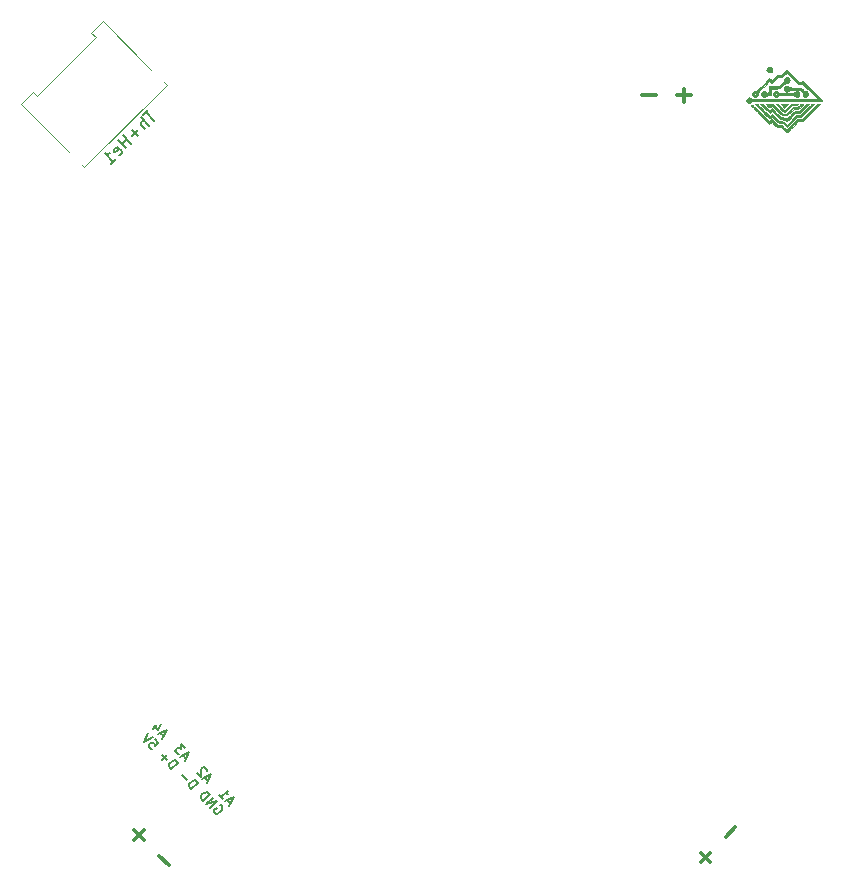
<source format=gbr>
%TF.GenerationSoftware,KiCad,Pcbnew,(6.0.8)*%
%TF.CreationDate,2023-01-17T07:54:51-05:00*%
%TF.ProjectId,K1+K2 Carabiner for Mosquito,4b312b4b-3220-4436-9172-6162696e6572,rev?*%
%TF.SameCoordinates,Original*%
%TF.FileFunction,Legend,Bot*%
%TF.FilePolarity,Positive*%
%FSLAX46Y46*%
G04 Gerber Fmt 4.6, Leading zero omitted, Abs format (unit mm)*
G04 Created by KiCad (PCBNEW (6.0.8)) date 2023-01-17 07:54:51*
%MOMM*%
%LPD*%
G01*
G04 APERTURE LIST*
%ADD10C,0.300000*%
%ADD11C,0.200000*%
%ADD12C,0.150000*%
%ADD13C,0.010000*%
%ADD14C,0.120000*%
G04 APERTURE END LIST*
D10*
X84692517Y-108703959D02*
X85500639Y-107895837D01*
X84692517Y-107895837D02*
X85500639Y-108703959D01*
X86813837Y-106582639D02*
X87621959Y-105774517D01*
X36711040Y-106028517D02*
X37519162Y-106836639D01*
X37519162Y-106028517D02*
X36711040Y-106836639D01*
X38832360Y-108149837D02*
X39640482Y-108957959D01*
X83859428Y-43795142D02*
X82716571Y-43795142D01*
X83288000Y-44366571D02*
X83288000Y-43223714D01*
X80859428Y-43795142D02*
X79716571Y-43795142D01*
D11*
X44868584Y-103709392D02*
X44599210Y-103440018D01*
X44760834Y-103924891D02*
X45137958Y-103170644D01*
X44383711Y-103547767D01*
X43898837Y-103062894D02*
X44222086Y-103386143D01*
X44060462Y-103224518D02*
X44626147Y-102658833D01*
X44599210Y-102793520D01*
X44599210Y-102901270D01*
X44626147Y-102982082D01*
X42982966Y-101823773D02*
X42713592Y-101554399D01*
X42875216Y-102039273D02*
X43252340Y-101285025D01*
X42498092Y-101662149D01*
X42848279Y-100988714D02*
X42848279Y-100934839D01*
X42821341Y-100854027D01*
X42686654Y-100719340D01*
X42605842Y-100692403D01*
X42551967Y-100692403D01*
X42471155Y-100719340D01*
X42417280Y-100773215D01*
X42363405Y-100880964D01*
X42363405Y-101527462D01*
X42013219Y-101177276D01*
X41097348Y-99938155D02*
X40827974Y-99668781D01*
X40989598Y-100153655D02*
X41366722Y-99399407D01*
X40612474Y-99776531D01*
X41043473Y-99076159D02*
X40693287Y-98725972D01*
X40666349Y-99130033D01*
X40585537Y-99049221D01*
X40504725Y-99022284D01*
X40450850Y-99022284D01*
X40370038Y-99049221D01*
X40235351Y-99183908D01*
X40208413Y-99264720D01*
X40208413Y-99318595D01*
X40235351Y-99399407D01*
X40396975Y-99561032D01*
X40477787Y-99587969D01*
X40531662Y-99587969D01*
X39211729Y-98052537D02*
X38942355Y-97783163D01*
X39103980Y-98268037D02*
X39481104Y-97513789D01*
X38726856Y-97890913D01*
X38672981Y-97082791D02*
X38295858Y-97459914D01*
X39023168Y-97001979D02*
X38753794Y-97540727D01*
X38403607Y-97190540D01*
X43957830Y-103865898D02*
X44038642Y-103892836D01*
X44119454Y-103973648D01*
X44173329Y-104081398D01*
X44173329Y-104189147D01*
X44146392Y-104269959D01*
X44065579Y-104404646D01*
X43984767Y-104485459D01*
X43850080Y-104566271D01*
X43769268Y-104593208D01*
X43661518Y-104593208D01*
X43553769Y-104539333D01*
X43499894Y-104485459D01*
X43446019Y-104377709D01*
X43446019Y-104323834D01*
X43634581Y-104135272D01*
X43742331Y-104243022D01*
X43149708Y-104135272D02*
X43715393Y-103569587D01*
X42826459Y-103812024D01*
X43392144Y-103246338D01*
X42557085Y-103542649D02*
X43122770Y-102976964D01*
X42988083Y-102842277D01*
X42880334Y-102788402D01*
X42772584Y-102788402D01*
X42691772Y-102815340D01*
X42557085Y-102896152D01*
X42476273Y-102976964D01*
X42395460Y-103111651D01*
X42368523Y-103192463D01*
X42368523Y-103300213D01*
X42422398Y-103407962D01*
X42557085Y-103542649D01*
X41560401Y-102545966D02*
X42126086Y-101980280D01*
X41991399Y-101845593D01*
X41883650Y-101791718D01*
X41775900Y-101791718D01*
X41695088Y-101818656D01*
X41560401Y-101899468D01*
X41479589Y-101980280D01*
X41398777Y-102114967D01*
X41371839Y-102195779D01*
X41371839Y-102303529D01*
X41425714Y-102411279D01*
X41560401Y-102545966D01*
X41210215Y-101764781D02*
X40779216Y-101333783D01*
X39863345Y-100848909D02*
X40429030Y-100283224D01*
X40294343Y-100148537D01*
X40186594Y-100094662D01*
X40078844Y-100094662D01*
X39998032Y-100121600D01*
X39863345Y-100202412D01*
X39782533Y-100283224D01*
X39701720Y-100417911D01*
X39674783Y-100498723D01*
X39674783Y-100606473D01*
X39728658Y-100714222D01*
X39863345Y-100848909D01*
X39513159Y-100067725D02*
X39082160Y-99636726D01*
X39082160Y-100067725D02*
X39513159Y-99636726D01*
X38462600Y-98316794D02*
X38731974Y-98586168D01*
X38489537Y-98882479D01*
X38489537Y-98828604D01*
X38462600Y-98747792D01*
X38327913Y-98613105D01*
X38247101Y-98586168D01*
X38193226Y-98586168D01*
X38112414Y-98613105D01*
X37977727Y-98747792D01*
X37950789Y-98828604D01*
X37950789Y-98882479D01*
X37977727Y-98963291D01*
X38112414Y-99097978D01*
X38193226Y-99124916D01*
X38247101Y-99124916D01*
X38274038Y-98128232D02*
X37519791Y-98505355D01*
X37896914Y-97751108D01*
D12*
%TO.C,Th+He1*%
X37904572Y-45013978D02*
X37500511Y-45418039D01*
X38409648Y-45923115D02*
X37702541Y-45216008D01*
X37971915Y-46360848D02*
X37264809Y-45653741D01*
X37668870Y-46663894D02*
X37298480Y-46293504D01*
X37264809Y-46192489D01*
X37298480Y-46091474D01*
X37399496Y-45990459D01*
X37500511Y-45956787D01*
X37567854Y-45956787D01*
X37062778Y-46731237D02*
X36524030Y-47269985D01*
X37062778Y-47269985D02*
X36524030Y-46731237D01*
X36456687Y-47876077D02*
X35749580Y-47168970D01*
X36086297Y-47505688D02*
X35682236Y-47909749D01*
X36052625Y-48280138D02*
X35345519Y-47573031D01*
X35412862Y-48852558D02*
X35513877Y-48818886D01*
X35648564Y-48684199D01*
X35682236Y-48583184D01*
X35648564Y-48482168D01*
X35379190Y-48212794D01*
X35278175Y-48179123D01*
X35177160Y-48212794D01*
X35042473Y-48347481D01*
X35008801Y-48448497D01*
X35042473Y-48549512D01*
X35109816Y-48616855D01*
X35513877Y-48347481D01*
X34739427Y-49593336D02*
X35143488Y-49189275D01*
X34941458Y-49391306D02*
X34234351Y-48684199D01*
X34402710Y-48717871D01*
X34537397Y-48717871D01*
X34638412Y-48684199D01*
%TO.C,LOGO1*%
G36*
X92984787Y-43851889D02*
G01*
X92897481Y-43914015D01*
X92854602Y-43928457D01*
X92794667Y-43940105D01*
X92776338Y-43938094D01*
X92715372Y-43915212D01*
X92647234Y-43876646D01*
X92591786Y-43834607D01*
X92568889Y-43801303D01*
X92548410Y-43792302D01*
X92473825Y-43783849D01*
X92346559Y-43777697D01*
X92168617Y-43773939D01*
X91942005Y-43772666D01*
X91315121Y-43772666D01*
X91253747Y-43849636D01*
X91176681Y-43909930D01*
X91076064Y-43932161D01*
X90973466Y-43911513D01*
X90886672Y-43848062D01*
X90840289Y-43776673D01*
X90818200Y-43677905D01*
X90818950Y-43674317D01*
X90995530Y-43674317D01*
X91016965Y-43730692D01*
X91040414Y-43754556D01*
X91086296Y-43769404D01*
X91119350Y-43730333D01*
X91126836Y-43682399D01*
X91126785Y-43682260D01*
X92724326Y-43682260D01*
X92724416Y-43682399D01*
X92753375Y-43727343D01*
X92791455Y-43762816D01*
X92817786Y-43765754D01*
X92850813Y-43730692D01*
X92871925Y-43675743D01*
X92857135Y-43625350D01*
X92813119Y-43603333D01*
X92789209Y-43608494D01*
X92740704Y-43642676D01*
X92724326Y-43682260D01*
X91126785Y-43682260D01*
X91106228Y-43626728D01*
X91059000Y-43603333D01*
X91012498Y-43624293D01*
X90995530Y-43674317D01*
X90818950Y-43674317D01*
X90837283Y-43586554D01*
X90888868Y-43510552D01*
X90964281Y-43457830D01*
X91054853Y-43436321D01*
X91151912Y-43453956D01*
X91246787Y-43518666D01*
X91331453Y-43603333D01*
X92536325Y-43603333D01*
X92620992Y-43518666D01*
X92667961Y-43478984D01*
X92772196Y-43434927D01*
X92876985Y-43444656D01*
X92974263Y-43508404D01*
X93011304Y-43555938D01*
X93044726Y-43656861D01*
X93042937Y-43675743D01*
X93034878Y-43760841D01*
X92984787Y-43851889D01*
G37*
D13*
X92984787Y-43851889D02*
X92897481Y-43914015D01*
X92854602Y-43928457D01*
X92794667Y-43940105D01*
X92776338Y-43938094D01*
X92715372Y-43915212D01*
X92647234Y-43876646D01*
X92591786Y-43834607D01*
X92568889Y-43801303D01*
X92548410Y-43792302D01*
X92473825Y-43783849D01*
X92346559Y-43777697D01*
X92168617Y-43773939D01*
X91942005Y-43772666D01*
X91315121Y-43772666D01*
X91253747Y-43849636D01*
X91176681Y-43909930D01*
X91076064Y-43932161D01*
X90973466Y-43911513D01*
X90886672Y-43848062D01*
X90840289Y-43776673D01*
X90818200Y-43677905D01*
X90818950Y-43674317D01*
X90995530Y-43674317D01*
X91016965Y-43730692D01*
X91040414Y-43754556D01*
X91086296Y-43769404D01*
X91119350Y-43730333D01*
X91126836Y-43682399D01*
X91126785Y-43682260D01*
X92724326Y-43682260D01*
X92724416Y-43682399D01*
X92753375Y-43727343D01*
X92791455Y-43762816D01*
X92817786Y-43765754D01*
X92850813Y-43730692D01*
X92871925Y-43675743D01*
X92857135Y-43625350D01*
X92813119Y-43603333D01*
X92789209Y-43608494D01*
X92740704Y-43642676D01*
X92724326Y-43682260D01*
X91126785Y-43682260D01*
X91106228Y-43626728D01*
X91059000Y-43603333D01*
X91012498Y-43624293D01*
X90995530Y-43674317D01*
X90818950Y-43674317D01*
X90837283Y-43586554D01*
X90888868Y-43510552D01*
X90964281Y-43457830D01*
X91054853Y-43436321D01*
X91151912Y-43453956D01*
X91246787Y-43518666D01*
X91331453Y-43603333D01*
X92536325Y-43603333D01*
X92620992Y-43518666D01*
X92667961Y-43478984D01*
X92772196Y-43434927D01*
X92876985Y-43444656D01*
X92974263Y-43508404D01*
X93011304Y-43555938D01*
X93044726Y-43656861D01*
X93042937Y-43675743D01*
X93034878Y-43760841D01*
X92984787Y-43851889D01*
G36*
X94192742Y-44511512D02*
G01*
X94302120Y-44520555D01*
X93753004Y-45063282D01*
X93203889Y-45606009D01*
X92836317Y-45607111D01*
X92399793Y-46044318D01*
X91963268Y-46481525D01*
X91650030Y-46171555D01*
X91283719Y-46171555D01*
X91002556Y-45889333D01*
X90966635Y-45853527D01*
X90866672Y-45756604D01*
X90781980Y-45678389D01*
X90720584Y-45626140D01*
X90690505Y-45607111D01*
X90687659Y-45607364D01*
X90646305Y-45630033D01*
X90592824Y-45678208D01*
X90585574Y-45685758D01*
X90536562Y-45728383D01*
X90505537Y-45741708D01*
X90499954Y-45737536D01*
X90460300Y-45701506D01*
X90387687Y-45632691D01*
X90287180Y-45535979D01*
X90163843Y-45416257D01*
X90022740Y-45278413D01*
X89868935Y-45127333D01*
X89252827Y-44520555D01*
X89363422Y-44511511D01*
X89388030Y-44509907D01*
X89420249Y-44511640D01*
X89453765Y-44522135D01*
X89494088Y-44545847D01*
X89546729Y-44587232D01*
X89617202Y-44650744D01*
X89711016Y-44740839D01*
X89833683Y-44861972D01*
X89990715Y-45018599D01*
X90507414Y-45534731D01*
X90601217Y-45443813D01*
X90695021Y-45352895D01*
X91015342Y-45677558D01*
X91335662Y-46002222D01*
X91523066Y-46002222D01*
X91567678Y-46002343D01*
X91653580Y-46006575D01*
X91712609Y-46023393D01*
X91766135Y-46061511D01*
X91835526Y-46129644D01*
X91960582Y-46257067D01*
X92370569Y-45849623D01*
X92780556Y-45442180D01*
X92963134Y-45440541D01*
X93145712Y-45438903D01*
X93614538Y-44970686D01*
X93651439Y-44933840D01*
X93792107Y-44793864D01*
X93900148Y-44688143D01*
X93981447Y-44612005D01*
X94041887Y-44560778D01*
X94087352Y-44529787D01*
X94123727Y-44514361D01*
X94156895Y-44509827D01*
X94192742Y-44511512D01*
G37*
X94192742Y-44511512D02*
X94302120Y-44520555D01*
X93753004Y-45063282D01*
X93203889Y-45606009D01*
X92836317Y-45607111D01*
X92399793Y-46044318D01*
X91963268Y-46481525D01*
X91650030Y-46171555D01*
X91283719Y-46171555D01*
X91002556Y-45889333D01*
X90966635Y-45853527D01*
X90866672Y-45756604D01*
X90781980Y-45678389D01*
X90720584Y-45626140D01*
X90690505Y-45607111D01*
X90687659Y-45607364D01*
X90646305Y-45630033D01*
X90592824Y-45678208D01*
X90585574Y-45685758D01*
X90536562Y-45728383D01*
X90505537Y-45741708D01*
X90499954Y-45737536D01*
X90460300Y-45701506D01*
X90387687Y-45632691D01*
X90287180Y-45535979D01*
X90163843Y-45416257D01*
X90022740Y-45278413D01*
X89868935Y-45127333D01*
X89252827Y-44520555D01*
X89363422Y-44511511D01*
X89388030Y-44509907D01*
X89420249Y-44511640D01*
X89453765Y-44522135D01*
X89494088Y-44545847D01*
X89546729Y-44587232D01*
X89617202Y-44650744D01*
X89711016Y-44740839D01*
X89833683Y-44861972D01*
X89990715Y-45018599D01*
X90507414Y-45534731D01*
X90601217Y-45443813D01*
X90695021Y-45352895D01*
X91015342Y-45677558D01*
X91335662Y-46002222D01*
X91523066Y-46002222D01*
X91567678Y-46002343D01*
X91653580Y-46006575D01*
X91712609Y-46023393D01*
X91766135Y-46061511D01*
X91835526Y-46129644D01*
X91960582Y-46257067D01*
X92370569Y-45849623D01*
X92780556Y-45442180D01*
X92963134Y-45440541D01*
X93145712Y-45438903D01*
X93614538Y-44970686D01*
X93651439Y-44933840D01*
X93792107Y-44793864D01*
X93900148Y-44688143D01*
X93981447Y-44612005D01*
X94041887Y-44560778D01*
X94087352Y-44529787D01*
X94123727Y-44514361D01*
X94156895Y-44509827D01*
X94192742Y-44511512D01*
G36*
X92678775Y-44507580D02*
G01*
X92782286Y-44512659D01*
X92853094Y-44520878D01*
X92879334Y-44531211D01*
X92877368Y-44546270D01*
X92837299Y-44590830D01*
X92749037Y-44616849D01*
X92617128Y-44622739D01*
X92441889Y-44617325D01*
X92154390Y-44900551D01*
X92026632Y-45025455D01*
X91926113Y-45114910D01*
X91843844Y-45167688D01*
X91770011Y-45183368D01*
X91694805Y-45161532D01*
X91608414Y-45101761D01*
X91501026Y-45003636D01*
X91362831Y-44866738D01*
X91294700Y-44798297D01*
X91195584Y-44696710D01*
X91116388Y-44612992D01*
X91063895Y-44554370D01*
X91044889Y-44528071D01*
X91045621Y-44525426D01*
X91077685Y-44511938D01*
X91142551Y-44506444D01*
X91155167Y-44506695D01*
X91199792Y-44513985D01*
X91246241Y-44536336D01*
X91303558Y-44580416D01*
X91380787Y-44652896D01*
X91486970Y-44760444D01*
X91495994Y-44769714D01*
X91591120Y-44865096D01*
X91672693Y-44942873D01*
X91732293Y-44995253D01*
X91761499Y-45014444D01*
X91763442Y-45014053D01*
X91797919Y-44990286D01*
X91862540Y-44935086D01*
X91948821Y-44855967D01*
X92048278Y-44760444D01*
X92307286Y-44506444D01*
X92593310Y-44506444D01*
X92678775Y-44507580D01*
G37*
X92678775Y-44507580D02*
X92782286Y-44512659D01*
X92853094Y-44520878D01*
X92879334Y-44531211D01*
X92877368Y-44546270D01*
X92837299Y-44590830D01*
X92749037Y-44616849D01*
X92617128Y-44622739D01*
X92441889Y-44617325D01*
X92154390Y-44900551D01*
X92026632Y-45025455D01*
X91926113Y-45114910D01*
X91843844Y-45167688D01*
X91770011Y-45183368D01*
X91694805Y-45161532D01*
X91608414Y-45101761D01*
X91501026Y-45003636D01*
X91362831Y-44866738D01*
X91294700Y-44798297D01*
X91195584Y-44696710D01*
X91116388Y-44612992D01*
X91063895Y-44554370D01*
X91044889Y-44528071D01*
X91045621Y-44525426D01*
X91077685Y-44511938D01*
X91142551Y-44506444D01*
X91155167Y-44506695D01*
X91199792Y-44513985D01*
X91246241Y-44536336D01*
X91303558Y-44580416D01*
X91380787Y-44652896D01*
X91486970Y-44760444D01*
X91495994Y-44769714D01*
X91591120Y-44865096D01*
X91672693Y-44942873D01*
X91732293Y-44995253D01*
X91761499Y-45014444D01*
X91763442Y-45014053D01*
X91797919Y-44990286D01*
X91862540Y-44935086D01*
X91948821Y-44855967D01*
X92048278Y-44760444D01*
X92307286Y-44506444D01*
X92593310Y-44506444D01*
X92678775Y-44507580D01*
G36*
X93760494Y-43782540D02*
G01*
X93705031Y-43864864D01*
X93613111Y-43922068D01*
X93565496Y-43936520D01*
X93520820Y-43934803D01*
X93454971Y-43912668D01*
X93367384Y-43861828D01*
X93318709Y-43782515D01*
X93309179Y-43677352D01*
X93477564Y-43677352D01*
X93484347Y-43725160D01*
X93524875Y-43757118D01*
X93583170Y-43745507D01*
X93596735Y-43733977D01*
X93610636Y-43686168D01*
X93589737Y-43638858D01*
X93542169Y-43617444D01*
X93506654Y-43626879D01*
X93477564Y-43677352D01*
X93309179Y-43677352D01*
X93308221Y-43666785D01*
X93309162Y-43632278D01*
X93300711Y-43565343D01*
X93268928Y-43506648D01*
X93203843Y-43433952D01*
X93093656Y-43321111D01*
X92646474Y-43321111D01*
X92499719Y-43321267D01*
X92372582Y-43322604D01*
X92284574Y-43326447D01*
X92226362Y-43334120D01*
X92188609Y-43346946D01*
X92161982Y-43366250D01*
X92137147Y-43393355D01*
X92095726Y-43431076D01*
X91999912Y-43470022D01*
X91897623Y-43465141D01*
X91804801Y-43418822D01*
X91737387Y-43333455D01*
X91711252Y-43239286D01*
X91714465Y-43214989D01*
X91896649Y-43214989D01*
X91904594Y-43241641D01*
X91941301Y-43280517D01*
X91987183Y-43286838D01*
X92021142Y-43253992D01*
X92028353Y-43221981D01*
X92007665Y-43171042D01*
X91944372Y-43151777D01*
X91902219Y-43165261D01*
X91896649Y-43214989D01*
X91714465Y-43214989D01*
X91724399Y-43139864D01*
X91774488Y-43058280D01*
X91851123Y-43001784D01*
X91943906Y-42977625D01*
X92042439Y-42993051D01*
X92136324Y-43055313D01*
X92136326Y-43055316D01*
X92164681Y-43082147D01*
X92193877Y-43101441D01*
X92233183Y-43114465D01*
X92291866Y-43122486D01*
X92379192Y-43126769D01*
X92504429Y-43128583D01*
X92676843Y-43129192D01*
X93144492Y-43130201D01*
X93240714Y-43221981D01*
X93303742Y-43282100D01*
X93348403Y-43323715D01*
X93429714Y-43390207D01*
X93493769Y-43424357D01*
X93553446Y-43434000D01*
X93648514Y-43453481D01*
X93723510Y-43510565D01*
X93768196Y-43592817D01*
X93780835Y-43686168D01*
X93781037Y-43687667D01*
X93760494Y-43782540D01*
G37*
X93760494Y-43782540D02*
X93705031Y-43864864D01*
X93613111Y-43922068D01*
X93565496Y-43936520D01*
X93520820Y-43934803D01*
X93454971Y-43912668D01*
X93367384Y-43861828D01*
X93318709Y-43782515D01*
X93309179Y-43677352D01*
X93477564Y-43677352D01*
X93484347Y-43725160D01*
X93524875Y-43757118D01*
X93583170Y-43745507D01*
X93596735Y-43733977D01*
X93610636Y-43686168D01*
X93589737Y-43638858D01*
X93542169Y-43617444D01*
X93506654Y-43626879D01*
X93477564Y-43677352D01*
X93309179Y-43677352D01*
X93308221Y-43666785D01*
X93309162Y-43632278D01*
X93300711Y-43565343D01*
X93268928Y-43506648D01*
X93203843Y-43433952D01*
X93093656Y-43321111D01*
X92646474Y-43321111D01*
X92499719Y-43321267D01*
X92372582Y-43322604D01*
X92284574Y-43326447D01*
X92226362Y-43334120D01*
X92188609Y-43346946D01*
X92161982Y-43366250D01*
X92137147Y-43393355D01*
X92095726Y-43431076D01*
X91999912Y-43470022D01*
X91897623Y-43465141D01*
X91804801Y-43418822D01*
X91737387Y-43333455D01*
X91711252Y-43239286D01*
X91714465Y-43214989D01*
X91896649Y-43214989D01*
X91904594Y-43241641D01*
X91941301Y-43280517D01*
X91987183Y-43286838D01*
X92021142Y-43253992D01*
X92028353Y-43221981D01*
X92007665Y-43171042D01*
X91944372Y-43151777D01*
X91902219Y-43165261D01*
X91896649Y-43214989D01*
X91714465Y-43214989D01*
X91724399Y-43139864D01*
X91774488Y-43058280D01*
X91851123Y-43001784D01*
X91943906Y-42977625D01*
X92042439Y-42993051D01*
X92136324Y-43055313D01*
X92136326Y-43055316D01*
X92164681Y-43082147D01*
X92193877Y-43101441D01*
X92233183Y-43114465D01*
X92291866Y-43122486D01*
X92379192Y-43126769D01*
X92504429Y-43128583D01*
X92676843Y-43129192D01*
X93144492Y-43130201D01*
X93240714Y-43221981D01*
X93303742Y-43282100D01*
X93348403Y-43323715D01*
X93429714Y-43390207D01*
X93493769Y-43424357D01*
X93553446Y-43434000D01*
X93648514Y-43453481D01*
X93723510Y-43510565D01*
X93768196Y-43592817D01*
X93780835Y-43686168D01*
X93781037Y-43687667D01*
X93760494Y-43782540D01*
G36*
X94656156Y-44506618D02*
G01*
X94717174Y-44513530D01*
X94742000Y-44527403D01*
X94727592Y-44546052D01*
X94677445Y-44600774D01*
X94595714Y-44686576D01*
X94486939Y-44798783D01*
X94355655Y-44932718D01*
X94206400Y-45083706D01*
X94043712Y-45247070D01*
X93345424Y-45945777D01*
X93147656Y-45946070D01*
X92949889Y-45946363D01*
X92456000Y-46439935D01*
X92349711Y-46545939D01*
X92223600Y-46671102D01*
X92115366Y-46777829D01*
X92030500Y-46860734D01*
X91974493Y-46914431D01*
X91952836Y-46933531D01*
X91933790Y-46918031D01*
X91882202Y-46870033D01*
X91806605Y-46797304D01*
X91715344Y-46707777D01*
X91487127Y-46482000D01*
X91116693Y-46482000D01*
X90898891Y-46265474D01*
X90681088Y-46048949D01*
X90589182Y-46138805D01*
X90497276Y-46228660D01*
X89714238Y-45447186D01*
X89593412Y-45326486D01*
X89416789Y-45149318D01*
X89275095Y-45005796D01*
X89164972Y-44892183D01*
X89083060Y-44804741D01*
X89026000Y-44739734D01*
X88990433Y-44693425D01*
X88973000Y-44662075D01*
X88970342Y-44641949D01*
X88979100Y-44629309D01*
X89011710Y-44608500D01*
X89057622Y-44592008D01*
X89079026Y-44606983D01*
X89136469Y-44657851D01*
X89224650Y-44740377D01*
X89338849Y-44850025D01*
X89474349Y-44982261D01*
X89626432Y-45132549D01*
X89790379Y-45296354D01*
X90492513Y-46001597D01*
X90678979Y-45820867D01*
X90940076Y-46080878D01*
X91201172Y-46340888D01*
X91568631Y-46340888D01*
X91750445Y-46524333D01*
X91792178Y-46565962D01*
X91867819Y-46638736D01*
X91923838Y-46689014D01*
X91950407Y-46707777D01*
X91960149Y-46701042D01*
X92004805Y-46660820D01*
X92079837Y-46589206D01*
X92179474Y-46491811D01*
X92297945Y-46374242D01*
X92429480Y-46242111D01*
X92890404Y-45776444D01*
X93288556Y-45776400D01*
X93916759Y-45141422D01*
X94083000Y-44973728D01*
X94226086Y-44830615D01*
X94338892Y-44719929D01*
X94426125Y-44637558D01*
X94492494Y-44579387D01*
X94542706Y-44541304D01*
X94581469Y-44519195D01*
X94613492Y-44508946D01*
X94643481Y-44506444D01*
X94656156Y-44506618D01*
G37*
X94656156Y-44506618D02*
X94717174Y-44513530D01*
X94742000Y-44527403D01*
X94727592Y-44546052D01*
X94677445Y-44600774D01*
X94595714Y-44686576D01*
X94486939Y-44798783D01*
X94355655Y-44932718D01*
X94206400Y-45083706D01*
X94043712Y-45247070D01*
X93345424Y-45945777D01*
X93147656Y-45946070D01*
X92949889Y-45946363D01*
X92456000Y-46439935D01*
X92349711Y-46545939D01*
X92223600Y-46671102D01*
X92115366Y-46777829D01*
X92030500Y-46860734D01*
X91974493Y-46914431D01*
X91952836Y-46933531D01*
X91933790Y-46918031D01*
X91882202Y-46870033D01*
X91806605Y-46797304D01*
X91715344Y-46707777D01*
X91487127Y-46482000D01*
X91116693Y-46482000D01*
X90898891Y-46265474D01*
X90681088Y-46048949D01*
X90589182Y-46138805D01*
X90497276Y-46228660D01*
X89714238Y-45447186D01*
X89593412Y-45326486D01*
X89416789Y-45149318D01*
X89275095Y-45005796D01*
X89164972Y-44892183D01*
X89083060Y-44804741D01*
X89026000Y-44739734D01*
X88990433Y-44693425D01*
X88973000Y-44662075D01*
X88970342Y-44641949D01*
X88979100Y-44629309D01*
X89011710Y-44608500D01*
X89057622Y-44592008D01*
X89079026Y-44606983D01*
X89136469Y-44657851D01*
X89224650Y-44740377D01*
X89338849Y-44850025D01*
X89474349Y-44982261D01*
X89626432Y-45132549D01*
X89790379Y-45296354D01*
X90492513Y-46001597D01*
X90678979Y-45820867D01*
X90940076Y-46080878D01*
X91201172Y-46340888D01*
X91568631Y-46340888D01*
X91750445Y-46524333D01*
X91792178Y-46565962D01*
X91867819Y-46638736D01*
X91923838Y-46689014D01*
X91950407Y-46707777D01*
X91960149Y-46701042D01*
X92004805Y-46660820D01*
X92079837Y-46589206D01*
X92179474Y-46491811D01*
X92297945Y-46374242D01*
X92429480Y-46242111D01*
X92890404Y-45776444D01*
X93288556Y-45776400D01*
X93916759Y-45141422D01*
X94083000Y-44973728D01*
X94226086Y-44830615D01*
X94338892Y-44719929D01*
X94426125Y-44637558D01*
X94492494Y-44579387D01*
X94542706Y-44541304D01*
X94581469Y-44519195D01*
X94613492Y-44508946D01*
X94643481Y-44506444D01*
X94656156Y-44506618D01*
G36*
X90422978Y-43772666D02*
G01*
X90348478Y-43775481D01*
X90280487Y-43785763D01*
X90254667Y-43801303D01*
X90253292Y-43807099D01*
X90222182Y-43843355D01*
X90162945Y-43887065D01*
X90153506Y-43892734D01*
X90041057Y-43929802D01*
X89933147Y-43912382D01*
X89838389Y-43841678D01*
X89790731Y-43768337D01*
X89771319Y-43672383D01*
X89773030Y-43665229D01*
X89950065Y-43665229D01*
X89964812Y-43717146D01*
X90005061Y-43750604D01*
X90052833Y-43747097D01*
X90061694Y-43740364D01*
X90081575Y-43692370D01*
X90066129Y-43639540D01*
X90021424Y-43608627D01*
X89992971Y-43610634D01*
X89954389Y-43645769D01*
X89950065Y-43665229D01*
X89773030Y-43665229D01*
X89792557Y-43583604D01*
X89845703Y-43509752D01*
X89922017Y-43458579D01*
X90012760Y-43437839D01*
X90109189Y-43455284D01*
X90202564Y-43518666D01*
X90218251Y-43533369D01*
X90291213Y-43583440D01*
X90355616Y-43603333D01*
X90370512Y-43603151D01*
X90396426Y-43597806D01*
X90412235Y-43577235D01*
X90420436Y-43531131D01*
X90423525Y-43449191D01*
X90424000Y-43321111D01*
X90424000Y-43038888D01*
X91286102Y-43038888D01*
X91508100Y-42815581D01*
X91563238Y-42759509D01*
X91644563Y-42671997D01*
X91692788Y-42609881D01*
X91713810Y-42564929D01*
X91713528Y-42528912D01*
X91707895Y-42491839D01*
X91709861Y-42481211D01*
X91896649Y-42481211D01*
X91904594Y-42507863D01*
X91941301Y-42546739D01*
X91987183Y-42553060D01*
X92021142Y-42520215D01*
X92028353Y-42488203D01*
X92007665Y-42437264D01*
X91944372Y-42418000D01*
X91902219Y-42431483D01*
X91896649Y-42481211D01*
X91709861Y-42481211D01*
X91726300Y-42392338D01*
X91784141Y-42305552D01*
X91870406Y-42250989D01*
X91878550Y-42248425D01*
X91958919Y-42233611D01*
X92021304Y-42237993D01*
X92119359Y-42295140D01*
X92180448Y-42377290D01*
X92203848Y-42471546D01*
X92201617Y-42488203D01*
X92191220Y-42565850D01*
X92144225Y-42648140D01*
X92064523Y-42706358D01*
X91953774Y-42728444D01*
X91933893Y-42728821D01*
X91886274Y-42735644D01*
X91838991Y-42756230D01*
X91782142Y-42797274D01*
X91705824Y-42865469D01*
X91600134Y-42967511D01*
X91356175Y-43206578D01*
X90981810Y-43214455D01*
X90607445Y-43222333D01*
X90599367Y-43497500D01*
X90593646Y-43692370D01*
X90591290Y-43772666D01*
X90422978Y-43772666D01*
G37*
X90422978Y-43772666D02*
X90348478Y-43775481D01*
X90280487Y-43785763D01*
X90254667Y-43801303D01*
X90253292Y-43807099D01*
X90222182Y-43843355D01*
X90162945Y-43887065D01*
X90153506Y-43892734D01*
X90041057Y-43929802D01*
X89933147Y-43912382D01*
X89838389Y-43841678D01*
X89790731Y-43768337D01*
X89771319Y-43672383D01*
X89773030Y-43665229D01*
X89950065Y-43665229D01*
X89964812Y-43717146D01*
X90005061Y-43750604D01*
X90052833Y-43747097D01*
X90061694Y-43740364D01*
X90081575Y-43692370D01*
X90066129Y-43639540D01*
X90021424Y-43608627D01*
X89992971Y-43610634D01*
X89954389Y-43645769D01*
X89950065Y-43665229D01*
X89773030Y-43665229D01*
X89792557Y-43583604D01*
X89845703Y-43509752D01*
X89922017Y-43458579D01*
X90012760Y-43437839D01*
X90109189Y-43455284D01*
X90202564Y-43518666D01*
X90218251Y-43533369D01*
X90291213Y-43583440D01*
X90355616Y-43603333D01*
X90370512Y-43603151D01*
X90396426Y-43597806D01*
X90412235Y-43577235D01*
X90420436Y-43531131D01*
X90423525Y-43449191D01*
X90424000Y-43321111D01*
X90424000Y-43038888D01*
X91286102Y-43038888D01*
X91508100Y-42815581D01*
X91563238Y-42759509D01*
X91644563Y-42671997D01*
X91692788Y-42609881D01*
X91713810Y-42564929D01*
X91713528Y-42528912D01*
X91707895Y-42491839D01*
X91709861Y-42481211D01*
X91896649Y-42481211D01*
X91904594Y-42507863D01*
X91941301Y-42546739D01*
X91987183Y-42553060D01*
X92021142Y-42520215D01*
X92028353Y-42488203D01*
X92007665Y-42437264D01*
X91944372Y-42418000D01*
X91902219Y-42431483D01*
X91896649Y-42481211D01*
X91709861Y-42481211D01*
X91726300Y-42392338D01*
X91784141Y-42305552D01*
X91870406Y-42250989D01*
X91878550Y-42248425D01*
X91958919Y-42233611D01*
X92021304Y-42237993D01*
X92119359Y-42295140D01*
X92180448Y-42377290D01*
X92203848Y-42471546D01*
X92201617Y-42488203D01*
X92191220Y-42565850D01*
X92144225Y-42648140D01*
X92064523Y-42706358D01*
X91953774Y-42728444D01*
X91933893Y-42728821D01*
X91886274Y-42735644D01*
X91838991Y-42756230D01*
X91782142Y-42797274D01*
X91705824Y-42865469D01*
X91600134Y-42967511D01*
X91356175Y-43206578D01*
X90981810Y-43214455D01*
X90607445Y-43222333D01*
X90599367Y-43497500D01*
X90593646Y-43692370D01*
X90591290Y-43772666D01*
X90422978Y-43772666D01*
G36*
X90784112Y-44513083D02*
G01*
X91203425Y-44933097D01*
X91622739Y-45353111D01*
X91931539Y-45353111D01*
X92211600Y-45070888D01*
X92491662Y-44788666D01*
X92679503Y-44788666D01*
X92734891Y-44788471D01*
X92816215Y-44783552D01*
X92873745Y-44765148D01*
X92928583Y-44724318D01*
X93001834Y-44652123D01*
X93046737Y-44607841D01*
X93116890Y-44549637D01*
X93178124Y-44520729D01*
X93247718Y-44511215D01*
X93271731Y-44510561D01*
X93334106Y-44512348D01*
X93359111Y-44519046D01*
X93347444Y-44534726D01*
X93303087Y-44583480D01*
X93233332Y-44656359D01*
X93146424Y-44744621D01*
X92933737Y-44958000D01*
X92553663Y-44958000D01*
X92019671Y-45494222D01*
X91779224Y-45493481D01*
X91538778Y-45492740D01*
X91117576Y-45084259D01*
X91080469Y-45048341D01*
X90956849Y-44929718D01*
X90848536Y-44827338D01*
X90761787Y-44747012D01*
X90702855Y-44694555D01*
X90677995Y-44675777D01*
X90675995Y-44676083D01*
X90642884Y-44698741D01*
X90593334Y-44746333D01*
X90587156Y-44752821D01*
X90538225Y-44798278D01*
X90507640Y-44816888D01*
X90503716Y-44816006D01*
X90465479Y-44790877D01*
X90404536Y-44740228D01*
X90334113Y-44676377D01*
X90267436Y-44611639D01*
X90217730Y-44558329D01*
X90198222Y-44528764D01*
X90213051Y-44521152D01*
X90273693Y-44513238D01*
X90370304Y-44508717D01*
X90491167Y-44508404D01*
X90784112Y-44513083D01*
G37*
X90784112Y-44513083D02*
X91203425Y-44933097D01*
X91622739Y-45353111D01*
X91931539Y-45353111D01*
X92211600Y-45070888D01*
X92491662Y-44788666D01*
X92679503Y-44788666D01*
X92734891Y-44788471D01*
X92816215Y-44783552D01*
X92873745Y-44765148D01*
X92928583Y-44724318D01*
X93001834Y-44652123D01*
X93046737Y-44607841D01*
X93116890Y-44549637D01*
X93178124Y-44520729D01*
X93247718Y-44511215D01*
X93271731Y-44510561D01*
X93334106Y-44512348D01*
X93359111Y-44519046D01*
X93347444Y-44534726D01*
X93303087Y-44583480D01*
X93233332Y-44656359D01*
X93146424Y-44744621D01*
X92933737Y-44958000D01*
X92553663Y-44958000D01*
X92019671Y-45494222D01*
X91779224Y-45493481D01*
X91538778Y-45492740D01*
X91117576Y-45084259D01*
X91080469Y-45048341D01*
X90956849Y-44929718D01*
X90848536Y-44827338D01*
X90761787Y-44747012D01*
X90702855Y-44694555D01*
X90677995Y-44675777D01*
X90675995Y-44676083D01*
X90642884Y-44698741D01*
X90593334Y-44746333D01*
X90587156Y-44752821D01*
X90538225Y-44798278D01*
X90507640Y-44816888D01*
X90503716Y-44816006D01*
X90465479Y-44790877D01*
X90404536Y-44740228D01*
X90334113Y-44676377D01*
X90267436Y-44611639D01*
X90217730Y-44558329D01*
X90198222Y-44528764D01*
X90213051Y-44521152D01*
X90273693Y-44513238D01*
X90370304Y-44508717D01*
X90491167Y-44508404D01*
X90784112Y-44513083D01*
G36*
X91917264Y-44664212D02*
G01*
X91765286Y-44818102D01*
X91630865Y-44674179D01*
X91626714Y-44669730D01*
X91560927Y-44597924D01*
X91514211Y-44544564D01*
X91496445Y-44520913D01*
X91509645Y-44518085D01*
X91568400Y-44514579D01*
X91663420Y-44512062D01*
X91782843Y-44510946D01*
X92069242Y-44510323D01*
X91917264Y-44664212D01*
G37*
X91917264Y-44664212D02*
X91765286Y-44818102D01*
X91630865Y-44674179D01*
X91626714Y-44669730D01*
X91560927Y-44597924D01*
X91514211Y-44544564D01*
X91496445Y-44520913D01*
X91509645Y-44518085D01*
X91568400Y-44514579D01*
X91663420Y-44512062D01*
X91782843Y-44510946D01*
X92069242Y-44510323D01*
X91917264Y-44664212D01*
G36*
X89920516Y-44519176D02*
G01*
X89964860Y-44543643D01*
X90021254Y-44589995D01*
X90098711Y-44664507D01*
X90206247Y-44773458D01*
X90228822Y-44796409D01*
X90326144Y-44892865D01*
X90408964Y-44971074D01*
X90469116Y-45023514D01*
X90498439Y-45042666D01*
X90500973Y-45042435D01*
X90540692Y-45020004D01*
X90593334Y-44972111D01*
X90599288Y-44965866D01*
X90649284Y-44920244D01*
X90681927Y-44901555D01*
X90682227Y-44901583D01*
X90709426Y-44922202D01*
X90769144Y-44976868D01*
X90854868Y-45059322D01*
X90960088Y-45163304D01*
X91078290Y-45282555D01*
X91452343Y-45663555D01*
X91634853Y-45663555D01*
X91676363Y-45663918D01*
X91771137Y-45670775D01*
X91834077Y-45689822D01*
X91883421Y-45725614D01*
X91949480Y-45787673D01*
X92163834Y-45577447D01*
X92220432Y-45521656D01*
X92325629Y-45416698D01*
X92421017Y-45320078D01*
X92491244Y-45247277D01*
X92522749Y-45214153D01*
X92576620Y-45164467D01*
X92627120Y-45138636D01*
X92694189Y-45128858D01*
X92797763Y-45127333D01*
X92991225Y-45127333D01*
X93288184Y-44826753D01*
X93387820Y-44726783D01*
X93480271Y-44637792D01*
X93549207Y-44578424D01*
X93602926Y-44542363D01*
X93649726Y-44523293D01*
X93697905Y-44514898D01*
X93723747Y-44512906D01*
X93785834Y-44514446D01*
X93810667Y-44525821D01*
X93810664Y-44525919D01*
X93791154Y-44552440D01*
X93737818Y-44611952D01*
X93656881Y-44697847D01*
X93554571Y-44803514D01*
X93437115Y-44922343D01*
X93063562Y-45296666D01*
X92679342Y-45296666D01*
X92320727Y-45649412D01*
X92216399Y-45751364D01*
X92112286Y-45851606D01*
X92028077Y-45931040D01*
X91970485Y-45983343D01*
X91946225Y-46002190D01*
X91940233Y-45999831D01*
X91903164Y-45970226D01*
X91849222Y-45917555D01*
X91802628Y-45873655D01*
X91753649Y-45846902D01*
X91686979Y-45835366D01*
X91583279Y-45832888D01*
X91398452Y-45832888D01*
X91041156Y-45476386D01*
X90683861Y-45119883D01*
X90597541Y-45215330D01*
X90511222Y-45310777D01*
X89715774Y-44517637D01*
X89829220Y-44510943D01*
X89831916Y-44510786D01*
X89879206Y-44510316D01*
X89920516Y-44519176D01*
G37*
X89920516Y-44519176D02*
X89964860Y-44543643D01*
X90021254Y-44589995D01*
X90098711Y-44664507D01*
X90206247Y-44773458D01*
X90228822Y-44796409D01*
X90326144Y-44892865D01*
X90408964Y-44971074D01*
X90469116Y-45023514D01*
X90498439Y-45042666D01*
X90500973Y-45042435D01*
X90540692Y-45020004D01*
X90593334Y-44972111D01*
X90599288Y-44965866D01*
X90649284Y-44920244D01*
X90681927Y-44901555D01*
X90682227Y-44901583D01*
X90709426Y-44922202D01*
X90769144Y-44976868D01*
X90854868Y-45059322D01*
X90960088Y-45163304D01*
X91078290Y-45282555D01*
X91452343Y-45663555D01*
X91634853Y-45663555D01*
X91676363Y-45663918D01*
X91771137Y-45670775D01*
X91834077Y-45689822D01*
X91883421Y-45725614D01*
X91949480Y-45787673D01*
X92163834Y-45577447D01*
X92220432Y-45521656D01*
X92325629Y-45416698D01*
X92421017Y-45320078D01*
X92491244Y-45247277D01*
X92522749Y-45214153D01*
X92576620Y-45164467D01*
X92627120Y-45138636D01*
X92694189Y-45128858D01*
X92797763Y-45127333D01*
X92991225Y-45127333D01*
X93288184Y-44826753D01*
X93387820Y-44726783D01*
X93480271Y-44637792D01*
X93549207Y-44578424D01*
X93602926Y-44542363D01*
X93649726Y-44523293D01*
X93697905Y-44514898D01*
X93723747Y-44512906D01*
X93785834Y-44514446D01*
X93810667Y-44525821D01*
X93810664Y-44525919D01*
X93791154Y-44552440D01*
X93737818Y-44611952D01*
X93656881Y-44697847D01*
X93554571Y-44803514D01*
X93437115Y-44922343D01*
X93063562Y-45296666D01*
X92679342Y-45296666D01*
X92320727Y-45649412D01*
X92216399Y-45751364D01*
X92112286Y-45851606D01*
X92028077Y-45931040D01*
X91970485Y-45983343D01*
X91946225Y-46002190D01*
X91940233Y-45999831D01*
X91903164Y-45970226D01*
X91849222Y-45917555D01*
X91802628Y-45873655D01*
X91753649Y-45846902D01*
X91686979Y-45835366D01*
X91583279Y-45832888D01*
X91398452Y-45832888D01*
X91041156Y-45476386D01*
X90683861Y-45119883D01*
X90597541Y-45215330D01*
X90511222Y-45310777D01*
X89715774Y-44517637D01*
X89829220Y-44510943D01*
X89831916Y-44510786D01*
X89879206Y-44510316D01*
X89920516Y-44519176D01*
G36*
X90676638Y-41774593D02*
G01*
X90674465Y-41776762D01*
X90612013Y-41830458D01*
X90554300Y-41849802D01*
X90472315Y-41844755D01*
X90457004Y-41842351D01*
X90348711Y-41799754D01*
X90278778Y-41725302D01*
X90251008Y-41630719D01*
X90260421Y-41577435D01*
X90437112Y-41577435D01*
X90441039Y-41639342D01*
X90454696Y-41663085D01*
X90501389Y-41682573D01*
X90557262Y-41652560D01*
X90577533Y-41609692D01*
X90559717Y-41563553D01*
X90507313Y-41543111D01*
X90479910Y-41545841D01*
X90437112Y-41577435D01*
X90260421Y-41577435D01*
X90269202Y-41527727D01*
X90337163Y-41428051D01*
X90350193Y-41415657D01*
X90450535Y-41355854D01*
X90552666Y-41348727D01*
X90646023Y-41392677D01*
X90720041Y-41486101D01*
X90725434Y-41496770D01*
X90758799Y-41599471D01*
X90756988Y-41609692D01*
X90743315Y-41686882D01*
X90676638Y-41774593D01*
G37*
X90676638Y-41774593D02*
X90674465Y-41776762D01*
X90612013Y-41830458D01*
X90554300Y-41849802D01*
X90472315Y-41844755D01*
X90457004Y-41842351D01*
X90348711Y-41799754D01*
X90278778Y-41725302D01*
X90251008Y-41630719D01*
X90260421Y-41577435D01*
X90437112Y-41577435D01*
X90441039Y-41639342D01*
X90454696Y-41663085D01*
X90501389Y-41682573D01*
X90557262Y-41652560D01*
X90577533Y-41609692D01*
X90559717Y-41563553D01*
X90507313Y-41543111D01*
X90479910Y-41545841D01*
X90437112Y-41577435D01*
X90260421Y-41577435D01*
X90269202Y-41527727D01*
X90337163Y-41428051D01*
X90350193Y-41415657D01*
X90450535Y-41355854D01*
X90552666Y-41348727D01*
X90646023Y-41392677D01*
X90720041Y-41486101D01*
X90725434Y-41496770D01*
X90758799Y-41599471D01*
X90756988Y-41609692D01*
X90743315Y-41686882D01*
X90676638Y-41774593D01*
G36*
X91994250Y-44273739D02*
G01*
X89016974Y-44280923D01*
X88932436Y-44365461D01*
X88878442Y-44409167D01*
X88776148Y-44449174D01*
X88675378Y-44442088D01*
X88589563Y-44387061D01*
X88571434Y-44366092D01*
X88516541Y-44260726D01*
X88515230Y-44210497D01*
X88688334Y-44210497D01*
X88698762Y-44247585D01*
X88751960Y-44275590D01*
X88766703Y-44276484D01*
X88818500Y-44256293D01*
X88841127Y-44211864D01*
X88822079Y-44163234D01*
X88815392Y-44157302D01*
X88761428Y-44141405D01*
X88710763Y-44162074D01*
X88688334Y-44210497D01*
X88515230Y-44210497D01*
X88513797Y-44155558D01*
X88561421Y-44061037D01*
X88657634Y-43987611D01*
X88681856Y-43975790D01*
X88745279Y-43951393D01*
X88795754Y-43953296D01*
X88861577Y-43980514D01*
X88875106Y-43987298D01*
X88939697Y-44029594D01*
X88974445Y-44068958D01*
X88974532Y-44069174D01*
X88982510Y-44076174D01*
X89002352Y-44082367D01*
X89037242Y-44087800D01*
X89090363Y-44092522D01*
X89164901Y-44096581D01*
X89264040Y-44100023D01*
X89390964Y-44102897D01*
X89548857Y-44105251D01*
X89740905Y-44107132D01*
X89970290Y-44108588D01*
X90240198Y-44109667D01*
X90553813Y-44110416D01*
X90914319Y-44110884D01*
X91324900Y-44111118D01*
X91788742Y-44111165D01*
X94586778Y-44110998D01*
X93936423Y-43462054D01*
X93286069Y-42813111D01*
X92894050Y-42813111D01*
X92421578Y-42341252D01*
X91949107Y-41869394D01*
X91761325Y-42059030D01*
X91573544Y-42248666D01*
X91201172Y-42248666D01*
X90940151Y-42508602D01*
X90679130Y-42768537D01*
X90588864Y-42676211D01*
X90498597Y-42583884D01*
X90011440Y-43070444D01*
X89962399Y-43119443D01*
X89821479Y-43260815D01*
X89714618Y-43369892D01*
X89637173Y-43452422D01*
X89584502Y-43514151D01*
X89551963Y-43560825D01*
X89534912Y-43598191D01*
X89528708Y-43631995D01*
X89528709Y-43667984D01*
X89528009Y-43686168D01*
X89526064Y-43736735D01*
X89500430Y-43798651D01*
X89438755Y-43863291D01*
X89384756Y-43906892D01*
X89324194Y-43933587D01*
X89257600Y-43930264D01*
X89207576Y-43916104D01*
X89115844Y-43859075D01*
X89060322Y-43778411D01*
X89040124Y-43685923D01*
X89041444Y-43677352D01*
X89216008Y-43677352D01*
X89222791Y-43725160D01*
X89263320Y-43757118D01*
X89321614Y-43745507D01*
X89335179Y-43733977D01*
X89349080Y-43686168D01*
X89328181Y-43638858D01*
X89280614Y-43617444D01*
X89245099Y-43626879D01*
X89216008Y-43677352D01*
X89041444Y-43677352D01*
X89054365Y-43593426D01*
X89102156Y-43512731D01*
X89182612Y-43455651D01*
X89294846Y-43434000D01*
X89307637Y-43433758D01*
X89340665Y-43429336D01*
X89376148Y-43415907D01*
X89419416Y-43389037D01*
X89475799Y-43344287D01*
X89550626Y-43277223D01*
X89649228Y-43183407D01*
X89776934Y-43058404D01*
X89939074Y-42897777D01*
X89941737Y-42895132D01*
X90085092Y-42753622D01*
X90215766Y-42626256D01*
X90328326Y-42518199D01*
X90417338Y-42434619D01*
X90477369Y-42380682D01*
X90502985Y-42361555D01*
X90505312Y-42361818D01*
X90542075Y-42384351D01*
X90593334Y-42432111D01*
X90599254Y-42438319D01*
X90649411Y-42483965D01*
X90682365Y-42502666D01*
X90700093Y-42491909D01*
X90751284Y-42448076D01*
X90825452Y-42378289D01*
X90913374Y-42291000D01*
X91121635Y-42079333D01*
X91498052Y-42079333D01*
X91727387Y-41851839D01*
X91956723Y-41624345D01*
X92467417Y-42130833D01*
X92978111Y-42637322D01*
X93152865Y-42624944D01*
X93327618Y-42612566D01*
X94149572Y-43439560D01*
X94917168Y-44211864D01*
X94971525Y-44266555D01*
X91994250Y-44273739D01*
G37*
X91994250Y-44273739D02*
X89016974Y-44280923D01*
X88932436Y-44365461D01*
X88878442Y-44409167D01*
X88776148Y-44449174D01*
X88675378Y-44442088D01*
X88589563Y-44387061D01*
X88571434Y-44366092D01*
X88516541Y-44260726D01*
X88515230Y-44210497D01*
X88688334Y-44210497D01*
X88698762Y-44247585D01*
X88751960Y-44275590D01*
X88766703Y-44276484D01*
X88818500Y-44256293D01*
X88841127Y-44211864D01*
X88822079Y-44163234D01*
X88815392Y-44157302D01*
X88761428Y-44141405D01*
X88710763Y-44162074D01*
X88688334Y-44210497D01*
X88515230Y-44210497D01*
X88513797Y-44155558D01*
X88561421Y-44061037D01*
X88657634Y-43987611D01*
X88681856Y-43975790D01*
X88745279Y-43951393D01*
X88795754Y-43953296D01*
X88861577Y-43980514D01*
X88875106Y-43987298D01*
X88939697Y-44029594D01*
X88974445Y-44068958D01*
X88974532Y-44069174D01*
X88982510Y-44076174D01*
X89002352Y-44082367D01*
X89037242Y-44087800D01*
X89090363Y-44092522D01*
X89164901Y-44096581D01*
X89264040Y-44100023D01*
X89390964Y-44102897D01*
X89548857Y-44105251D01*
X89740905Y-44107132D01*
X89970290Y-44108588D01*
X90240198Y-44109667D01*
X90553813Y-44110416D01*
X90914319Y-44110884D01*
X91324900Y-44111118D01*
X91788742Y-44111165D01*
X94586778Y-44110998D01*
X93936423Y-43462054D01*
X93286069Y-42813111D01*
X92894050Y-42813111D01*
X92421578Y-42341252D01*
X91949107Y-41869394D01*
X91761325Y-42059030D01*
X91573544Y-42248666D01*
X91201172Y-42248666D01*
X90940151Y-42508602D01*
X90679130Y-42768537D01*
X90588864Y-42676211D01*
X90498597Y-42583884D01*
X90011440Y-43070444D01*
X89962399Y-43119443D01*
X89821479Y-43260815D01*
X89714618Y-43369892D01*
X89637173Y-43452422D01*
X89584502Y-43514151D01*
X89551963Y-43560825D01*
X89534912Y-43598191D01*
X89528708Y-43631995D01*
X89528709Y-43667984D01*
X89528009Y-43686168D01*
X89526064Y-43736735D01*
X89500430Y-43798651D01*
X89438755Y-43863291D01*
X89384756Y-43906892D01*
X89324194Y-43933587D01*
X89257600Y-43930264D01*
X89207576Y-43916104D01*
X89115844Y-43859075D01*
X89060322Y-43778411D01*
X89040124Y-43685923D01*
X89041444Y-43677352D01*
X89216008Y-43677352D01*
X89222791Y-43725160D01*
X89263320Y-43757118D01*
X89321614Y-43745507D01*
X89335179Y-43733977D01*
X89349080Y-43686168D01*
X89328181Y-43638858D01*
X89280614Y-43617444D01*
X89245099Y-43626879D01*
X89216008Y-43677352D01*
X89041444Y-43677352D01*
X89054365Y-43593426D01*
X89102156Y-43512731D01*
X89182612Y-43455651D01*
X89294846Y-43434000D01*
X89307637Y-43433758D01*
X89340665Y-43429336D01*
X89376148Y-43415907D01*
X89419416Y-43389037D01*
X89475799Y-43344287D01*
X89550626Y-43277223D01*
X89649228Y-43183407D01*
X89776934Y-43058404D01*
X89939074Y-42897777D01*
X89941737Y-42895132D01*
X90085092Y-42753622D01*
X90215766Y-42626256D01*
X90328326Y-42518199D01*
X90417338Y-42434619D01*
X90477369Y-42380682D01*
X90502985Y-42361555D01*
X90505312Y-42361818D01*
X90542075Y-42384351D01*
X90593334Y-42432111D01*
X90599254Y-42438319D01*
X90649411Y-42483965D01*
X90682365Y-42502666D01*
X90700093Y-42491909D01*
X90751284Y-42448076D01*
X90825452Y-42378289D01*
X90913374Y-42291000D01*
X91121635Y-42079333D01*
X91498052Y-42079333D01*
X91727387Y-41851839D01*
X91956723Y-41624345D01*
X92467417Y-42130833D01*
X92978111Y-42637322D01*
X93152865Y-42624944D01*
X93327618Y-42612566D01*
X94149572Y-43439560D01*
X94917168Y-44211864D01*
X94971525Y-44266555D01*
X91994250Y-44273739D01*
D14*
%TO.C,Th+He1*%
X39460068Y-42894924D02*
X32480924Y-49874068D01*
X34093127Y-37527984D02*
X33089036Y-38532075D01*
X39240865Y-42675721D02*
X39460068Y-42894924D01*
X33089036Y-38532075D02*
X33442589Y-38885629D01*
X32480924Y-49874068D02*
X32261721Y-49654865D01*
X28471628Y-43856589D02*
X28118075Y-43503036D01*
X38166062Y-41600919D02*
X34093127Y-37527984D01*
X27113983Y-44507128D02*
X31186918Y-48580063D01*
X28118075Y-43503036D02*
X27113983Y-44507128D01*
X33442589Y-38885629D02*
X28471628Y-43856589D01*
%TD*%
M02*

</source>
